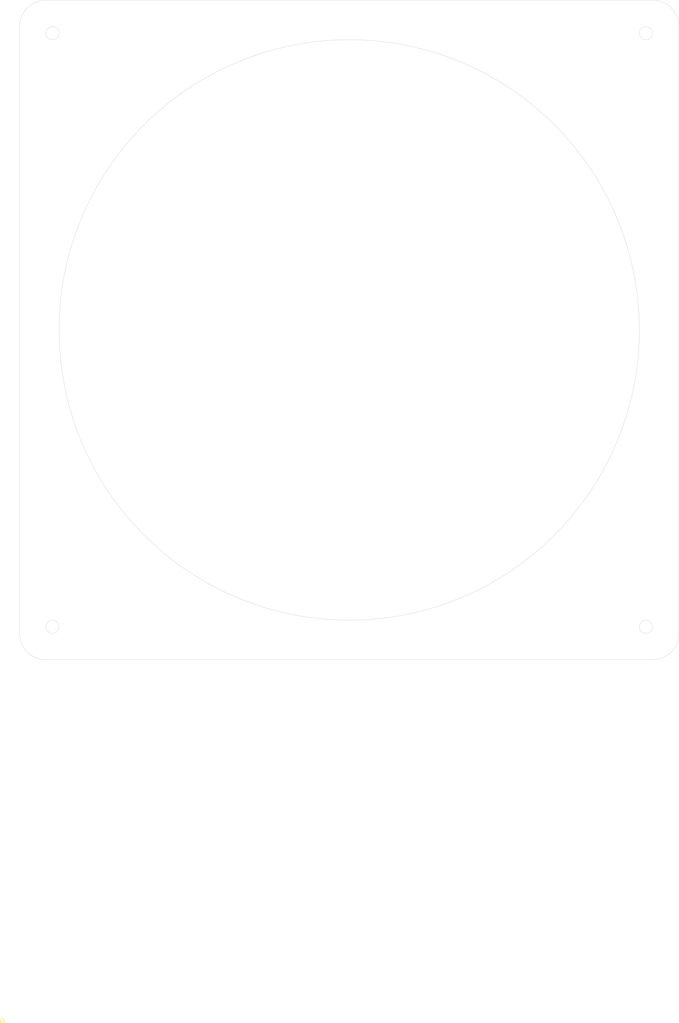
<source format=kicad_pcb>
(kicad_pcb (version 20171130) (host pcbnew "(5.1.10)-1")

  (general
    (thickness 1.6)
    (drawings 15)
    (tracks 0)
    (zones 0)
    (modules 0)
    (nets 1)
  )

  (page A4)
  (layers
    (0 F.Cu signal)
    (31 B.Cu signal)
    (32 B.Adhes user)
    (33 F.Adhes user)
    (34 B.Paste user)
    (35 F.Paste user)
    (36 B.SilkS user)
    (37 F.SilkS user)
    (38 B.Mask user)
    (39 F.Mask user)
    (40 Dwgs.User user)
    (41 Cmts.User user)
    (42 Eco1.User user)
    (43 Eco2.User user)
    (44 Edge.Cuts user)
    (45 Margin user)
    (46 B.CrtYd user)
    (47 F.CrtYd user)
    (48 B.Fab user)
    (49 F.Fab user)
  )

  (setup
    (last_trace_width 0.25)
    (user_trace_width 0.3)
    (user_trace_width 0.5)
    (user_trace_width 1)
    (user_trace_width 2)
    (trace_clearance 0.2)
    (zone_clearance 0.508)
    (zone_45_only no)
    (trace_min 0.2)
    (via_size 0.8)
    (via_drill 0.4)
    (via_min_size 0.4)
    (via_min_drill 0.3)
    (user_via 1 0.8)
    (uvia_size 0.3)
    (uvia_drill 0.1)
    (uvias_allowed no)
    (uvia_min_size 0.2)
    (uvia_min_drill 0.1)
    (edge_width 0.05)
    (segment_width 0.2)
    (pcb_text_width 0.3)
    (pcb_text_size 1.5 1.5)
    (mod_edge_width 0.12)
    (mod_text_size 1 1)
    (mod_text_width 0.15)
    (pad_size 2.6 2.6)
    (pad_drill 1.6)
    (pad_to_mask_clearance 0)
    (aux_axis_origin 0 0)
    (visible_elements 7FFFFFFF)
    (pcbplotparams
      (layerselection 0x010fc_ffffffff)
      (usegerberextensions false)
      (usegerberattributes false)
      (usegerberadvancedattributes false)
      (creategerberjobfile false)
      (excludeedgelayer true)
      (linewidth 0.100000)
      (plotframeref false)
      (viasonmask false)
      (mode 1)
      (useauxorigin false)
      (hpglpennumber 1)
      (hpglpenspeed 20)
      (hpglpendiameter 15.000000)
      (psnegative false)
      (psa4output false)
      (plotreference true)
      (plotvalue true)
      (plotinvisibletext false)
      (padsonsilk false)
      (subtractmaskfromsilk false)
      (outputformat 1)
      (mirror false)
      (drillshape 0)
      (scaleselection 1)
      (outputdirectory "gerber/"))
  )

  (net 0 "")

  (net_class Default "This is the default net class."
    (clearance 0.2)
    (trace_width 0.25)
    (via_dia 0.8)
    (via_drill 0.4)
    (uvia_dia 0.3)
    (uvia_drill 0.1)
  )

  (dimension 88 (width 0.15) (layer Dwgs.User)
    (gr_text "88.000 mm" (at 150 156.3) (layer Dwgs.User)
      (effects (font (size 1 1) (thickness 0.15)))
    )
    (feature1 (pts (xy 194 100) (xy 194 155.586421)))
    (feature2 (pts (xy 106 100) (xy 106 155.586421)))
    (crossbar (pts (xy 106 155) (xy 194 155)))
    (arrow1a (pts (xy 194 155) (xy 192.873496 155.586421)))
    (arrow1b (pts (xy 194 155) (xy 192.873496 154.413579)))
    (arrow2a (pts (xy 106 155) (xy 107.126504 155.586421)))
    (arrow2b (pts (xy 106 155) (xy 107.126504 154.413579)))
  )
  (gr_circle (center 105 145) (end 105 144) (layer Edge.Cuts) (width 0.05))
  (gr_circle (center 195 145) (end 195 144) (layer Edge.Cuts) (width 0.05))
  (gr_circle (center 195 55) (end 195 54) (layer Edge.Cuts) (width 0.05))
  (gr_circle (center 105 55) (end 106 55) (layer Edge.Cuts) (width 0.05))
  (gr_line (start 100 146) (end 100 54) (layer Edge.Cuts) (width 0.05) (tstamp 60E322D9))
  (gr_line (start 196 150) (end 104 150) (layer Edge.Cuts) (width 0.05) (tstamp 60E322D8))
  (gr_line (start 200 54) (end 200 146) (layer Edge.Cuts) (width 0.05) (tstamp 60E322D7))
  (gr_line (start 104 50) (end 196 50) (layer Edge.Cuts) (width 0.05) (tstamp 60E322D6))
  (gr_arc (start 104 146) (end 100 146) (angle -90) (layer Edge.Cuts) (width 0.05))
  (gr_arc (start 196 146) (end 196 150) (angle -90) (layer Edge.Cuts) (width 0.05))
  (gr_arc (start 196 54) (end 200 54) (angle -90) (layer Edge.Cuts) (width 0.05))
  (gr_arc (start 104 54) (end 104 50) (angle -90) (layer Edge.Cuts) (width 0.05))
  (gr_circle (center 150 100) (end 150 56) (layer Edge.Cuts) (width 0.05))
  (gr_circle (center 97.33 204.8) (end 97.471421 204.8) (layer F.SilkS) (width 0.3) (tstamp 60E327C5))

)

</source>
